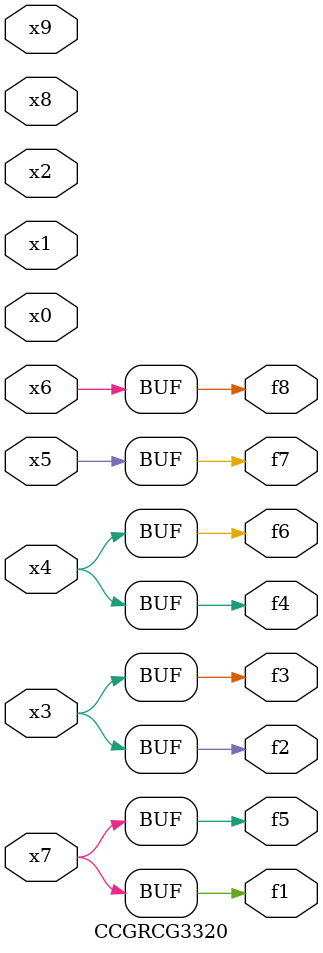
<source format=v>
module CCGRCG3320(
	input x0, x1, x2, x3, x4, x5, x6, x7, x8, x9,
	output f1, f2, f3, f4, f5, f6, f7, f8
);
	assign f1 = x7;
	assign f2 = x3;
	assign f3 = x3;
	assign f4 = x4;
	assign f5 = x7;
	assign f6 = x4;
	assign f7 = x5;
	assign f8 = x6;
endmodule

</source>
